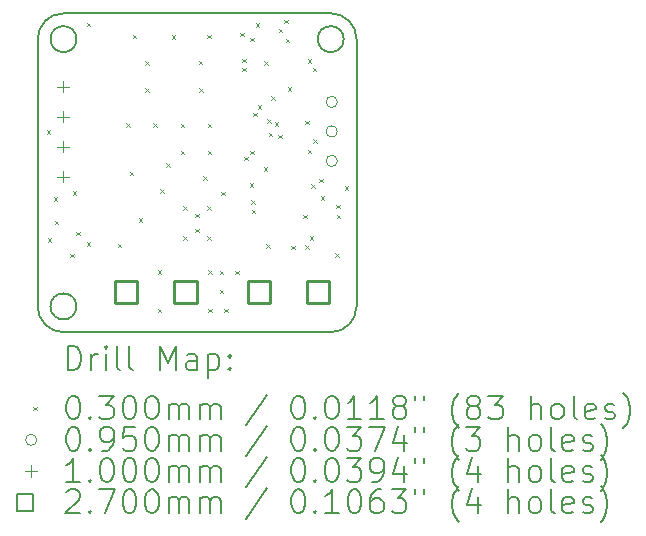
<source format=gbr>
%TF.GenerationSoftware,KiCad,Pcbnew,7.0.7*%
%TF.CreationDate,2024-01-02T23:07:12-05:00*%
%TF.ProjectId,squirrelbrain,73717569-7272-4656-9c62-7261696e2e6b,1*%
%TF.SameCoordinates,Original*%
%TF.FileFunction,Drillmap*%
%TF.FilePolarity,Positive*%
%FSLAX45Y45*%
G04 Gerber Fmt 4.5, Leading zero omitted, Abs format (unit mm)*
G04 Created by KiCad (PCBNEW 7.0.7) date 2024-01-02 23:07:12*
%MOMM*%
%LPD*%
G01*
G04 APERTURE LIST*
%ADD10C,0.150000*%
%ADD11C,0.200000*%
%ADD12C,0.030000*%
%ADD13C,0.095000*%
%ADD14C,0.100000*%
%ADD15C,0.270000*%
G04 APERTURE END LIST*
D10*
X6350000Y-6131371D02*
X6350000Y-3868629D01*
X6131371Y-6350000D02*
G75*
G03*
X6350000Y-6131371I-1J218630D01*
G01*
X3868629Y-6350000D02*
X6131371Y-6350000D01*
X3650000Y-6131371D02*
G75*
G03*
X3868629Y-6350000I218630J1D01*
G01*
X3650000Y-3868629D02*
X3650000Y-6131371D01*
X3868629Y-3650000D02*
G75*
G03*
X3650000Y-3868629I1J-218630D01*
G01*
X6131371Y-3650000D02*
X3868629Y-3650000D01*
X6350000Y-3868629D02*
G75*
G03*
X6131371Y-3650000I-218630J-1D01*
G01*
X6241371Y-3868629D02*
G75*
G03*
X6241371Y-3868629I-110000J0D01*
G01*
X3978629Y-6131371D02*
G75*
G03*
X3978629Y-6131371I-110000J0D01*
G01*
X3978629Y-3868629D02*
G75*
G03*
X3978629Y-3868629I-110000J0D01*
G01*
D11*
D12*
X3727500Y-4640000D02*
X3757500Y-4670000D01*
X3757500Y-4640000D02*
X3727500Y-4670000D01*
X3735000Y-5555000D02*
X3765000Y-5585000D01*
X3765000Y-5555000D02*
X3735000Y-5585000D01*
X3787500Y-5207500D02*
X3817500Y-5237500D01*
X3817500Y-5207500D02*
X3787500Y-5237500D01*
X3795771Y-5405414D02*
X3825771Y-5435414D01*
X3825771Y-5405414D02*
X3795771Y-5435414D01*
X3925000Y-5685000D02*
X3955000Y-5715000D01*
X3955000Y-5685000D02*
X3925000Y-5715000D01*
X3947500Y-5157500D02*
X3977500Y-5187500D01*
X3977500Y-5157500D02*
X3947500Y-5187500D01*
X3975000Y-5500000D02*
X4005000Y-5530000D01*
X4005000Y-5500000D02*
X3975000Y-5530000D01*
X4065000Y-3730000D02*
X4095000Y-3760000D01*
X4095000Y-3730000D02*
X4065000Y-3760000D01*
X4065000Y-5590000D02*
X4095000Y-5620000D01*
X4095000Y-5590000D02*
X4065000Y-5620000D01*
X4330000Y-5600000D02*
X4360000Y-5630000D01*
X4360000Y-5600000D02*
X4330000Y-5630000D01*
X4400000Y-4580000D02*
X4430000Y-4610000D01*
X4430000Y-4580000D02*
X4400000Y-4610000D01*
X4430000Y-4990000D02*
X4460000Y-5020000D01*
X4460000Y-4990000D02*
X4430000Y-5020000D01*
X4455000Y-3830000D02*
X4485000Y-3860000D01*
X4485000Y-3830000D02*
X4455000Y-3860000D01*
X4505000Y-5385000D02*
X4535000Y-5415000D01*
X4535000Y-5385000D02*
X4505000Y-5415000D01*
X4560000Y-4055000D02*
X4590000Y-4085000D01*
X4590000Y-4055000D02*
X4560000Y-4085000D01*
X4560000Y-4285000D02*
X4590000Y-4315000D01*
X4590000Y-4285000D02*
X4560000Y-4315000D01*
X4630000Y-4580000D02*
X4660000Y-4610000D01*
X4660000Y-4580000D02*
X4630000Y-4610000D01*
X4665000Y-5825000D02*
X4695000Y-5855000D01*
X4695000Y-5825000D02*
X4665000Y-5855000D01*
X4665000Y-6150000D02*
X4695000Y-6180000D01*
X4695000Y-6150000D02*
X4665000Y-6180000D01*
X4690000Y-5140000D02*
X4720000Y-5170000D01*
X4720000Y-5140000D02*
X4690000Y-5170000D01*
X4736925Y-4918075D02*
X4766925Y-4948075D01*
X4766925Y-4918075D02*
X4736925Y-4948075D01*
X4785000Y-3835000D02*
X4815000Y-3865000D01*
X4815000Y-3835000D02*
X4785000Y-3865000D01*
X4860000Y-4585000D02*
X4890000Y-4615000D01*
X4890000Y-4585000D02*
X4860000Y-4615000D01*
X4860000Y-4815000D02*
X4890000Y-4845000D01*
X4890000Y-4815000D02*
X4860000Y-4845000D01*
X4885000Y-5285000D02*
X4915000Y-5315000D01*
X4915000Y-5285000D02*
X4885000Y-5315000D01*
X4885000Y-5535000D02*
X4915000Y-5565000D01*
X4915000Y-5535000D02*
X4885000Y-5565000D01*
X4985000Y-5345000D02*
X5015000Y-5375000D01*
X5015000Y-5345000D02*
X4985000Y-5375000D01*
X4985000Y-5475000D02*
X5015000Y-5505000D01*
X5015000Y-5475000D02*
X4985000Y-5505000D01*
X5015000Y-4050000D02*
X5045000Y-4080000D01*
X5045000Y-4050000D02*
X5015000Y-4080000D01*
X5020000Y-4285000D02*
X5050000Y-4315000D01*
X5050000Y-4285000D02*
X5020000Y-4315000D01*
X5050000Y-5030000D02*
X5080000Y-5060000D01*
X5080000Y-5030000D02*
X5050000Y-5060000D01*
X5085000Y-3830000D02*
X5115000Y-3860000D01*
X5115000Y-3830000D02*
X5085000Y-3860000D01*
X5085000Y-5285000D02*
X5115000Y-5315000D01*
X5115000Y-5285000D02*
X5085000Y-5315000D01*
X5085000Y-5535000D02*
X5115000Y-5565000D01*
X5115000Y-5535000D02*
X5085000Y-5565000D01*
X5090000Y-4585000D02*
X5120000Y-4615000D01*
X5120000Y-4585000D02*
X5090000Y-4615000D01*
X5090000Y-4815000D02*
X5120000Y-4845000D01*
X5120000Y-4815000D02*
X5090000Y-4845000D01*
X5095000Y-5825000D02*
X5125000Y-5855000D01*
X5125000Y-5825000D02*
X5095000Y-5855000D01*
X5095000Y-6150000D02*
X5125000Y-6180000D01*
X5125000Y-6150000D02*
X5095000Y-6180000D01*
X5190000Y-5830000D02*
X5220000Y-5860000D01*
X5220000Y-5830000D02*
X5190000Y-5860000D01*
X5190000Y-5990000D02*
X5220000Y-6020000D01*
X5220000Y-5990000D02*
X5190000Y-6020000D01*
X5205000Y-5160000D02*
X5235000Y-5190000D01*
X5235000Y-5160000D02*
X5205000Y-5190000D01*
X5230000Y-6150000D02*
X5260000Y-6180000D01*
X5260000Y-6150000D02*
X5230000Y-6180000D01*
X5325000Y-5830000D02*
X5355000Y-5860000D01*
X5355000Y-5830000D02*
X5325000Y-5860000D01*
X5365000Y-3815000D02*
X5395000Y-3845000D01*
X5395000Y-3815000D02*
X5365000Y-3845000D01*
X5380000Y-4035000D02*
X5410000Y-4065000D01*
X5410000Y-4035000D02*
X5380000Y-4065000D01*
X5380000Y-4112500D02*
X5410000Y-4142500D01*
X5410000Y-4112500D02*
X5380000Y-4142500D01*
X5397500Y-4865000D02*
X5427500Y-4895000D01*
X5427500Y-4865000D02*
X5397500Y-4895000D01*
X5445000Y-5090000D02*
X5475000Y-5120000D01*
X5475000Y-5090000D02*
X5445000Y-5120000D01*
X5450000Y-3855000D02*
X5480000Y-3885000D01*
X5480000Y-3855000D02*
X5450000Y-3885000D01*
X5450000Y-4815000D02*
X5480000Y-4845000D01*
X5480000Y-4815000D02*
X5450000Y-4845000D01*
X5460000Y-5232500D02*
X5490000Y-5262500D01*
X5490000Y-5232500D02*
X5460000Y-5262500D01*
X5462500Y-5312500D02*
X5492500Y-5342500D01*
X5492500Y-5312500D02*
X5462500Y-5342500D01*
X5477500Y-4492500D02*
X5507500Y-4522500D01*
X5507500Y-4492500D02*
X5477500Y-4522500D01*
X5495000Y-3735000D02*
X5525000Y-3765000D01*
X5525000Y-3735000D02*
X5495000Y-3765000D01*
X5512500Y-4430000D02*
X5542500Y-4460000D01*
X5542500Y-4430000D02*
X5512500Y-4460000D01*
X5565000Y-4955000D02*
X5595000Y-4985000D01*
X5595000Y-4955000D02*
X5565000Y-4985000D01*
X5567500Y-4055000D02*
X5597500Y-4085000D01*
X5597500Y-4055000D02*
X5567500Y-4085000D01*
X5585000Y-5605000D02*
X5615000Y-5635000D01*
X5615000Y-5605000D02*
X5585000Y-5635000D01*
X5592500Y-4547500D02*
X5622500Y-4577500D01*
X5622500Y-4547500D02*
X5592500Y-4577500D01*
X5605000Y-4662500D02*
X5635000Y-4692500D01*
X5635000Y-4662500D02*
X5605000Y-4692500D01*
X5627500Y-4352500D02*
X5657500Y-4382500D01*
X5657500Y-4352500D02*
X5627500Y-4382500D01*
X5656250Y-4571250D02*
X5686250Y-4601250D01*
X5686250Y-4571250D02*
X5656250Y-4601250D01*
X5687500Y-4677500D02*
X5717500Y-4707500D01*
X5717500Y-4677500D02*
X5687500Y-4707500D01*
X5690000Y-3780000D02*
X5720000Y-3810000D01*
X5720000Y-3780000D02*
X5690000Y-3810000D01*
X5740000Y-3705000D02*
X5770000Y-3735000D01*
X5770000Y-3705000D02*
X5740000Y-3735000D01*
X5750000Y-3865000D02*
X5780000Y-3895000D01*
X5780000Y-3865000D02*
X5750000Y-3895000D01*
X5767500Y-4277500D02*
X5797500Y-4307500D01*
X5797500Y-4277500D02*
X5767500Y-4307500D01*
X5797500Y-5617500D02*
X5827500Y-5647500D01*
X5827500Y-5617500D02*
X5797500Y-5647500D01*
X5900000Y-5355000D02*
X5930000Y-5385000D01*
X5930000Y-5355000D02*
X5900000Y-5385000D01*
X5917500Y-4557500D02*
X5947500Y-4587500D01*
X5947500Y-4557500D02*
X5917500Y-4587500D01*
X5917500Y-5615000D02*
X5947500Y-5645000D01*
X5947500Y-5615000D02*
X5917500Y-5645000D01*
X5935000Y-4040000D02*
X5965000Y-4070000D01*
X5965000Y-4040000D02*
X5935000Y-4070000D01*
X5937500Y-4805000D02*
X5967500Y-4835000D01*
X5967500Y-4805000D02*
X5937500Y-4835000D01*
X5955000Y-5535000D02*
X5985000Y-5565000D01*
X5985000Y-5535000D02*
X5955000Y-5565000D01*
X5967750Y-5097750D02*
X5997750Y-5127750D01*
X5997750Y-5097750D02*
X5967750Y-5127750D01*
X5980000Y-4110000D02*
X6010000Y-4140000D01*
X6010000Y-4110000D02*
X5980000Y-4140000D01*
X5985000Y-4715000D02*
X6015000Y-4745000D01*
X6015000Y-4715000D02*
X5985000Y-4745000D01*
X6035000Y-5050000D02*
X6065000Y-5080000D01*
X6065000Y-5050000D02*
X6035000Y-5080000D01*
X6045000Y-5200000D02*
X6075000Y-5230000D01*
X6075000Y-5200000D02*
X6045000Y-5230000D01*
X6170000Y-5680000D02*
X6200000Y-5710000D01*
X6200000Y-5680000D02*
X6170000Y-5710000D01*
X6180000Y-5270000D02*
X6210000Y-5300000D01*
X6210000Y-5270000D02*
X6180000Y-5300000D01*
X6182500Y-5355000D02*
X6212500Y-5385000D01*
X6212500Y-5355000D02*
X6182500Y-5385000D01*
X6250000Y-5115000D02*
X6280000Y-5145000D01*
X6280000Y-5115000D02*
X6250000Y-5145000D01*
D13*
X6187500Y-4400000D02*
G75*
G03*
X6187500Y-4400000I-47500J0D01*
G01*
X6187500Y-4650000D02*
G75*
G03*
X6187500Y-4650000I-47500J0D01*
G01*
X6187500Y-4900000D02*
G75*
G03*
X6187500Y-4900000I-47500J0D01*
G01*
D14*
X3865000Y-4220000D02*
X3865000Y-4320000D01*
X3815000Y-4270000D02*
X3915000Y-4270000D01*
X3865000Y-4474000D02*
X3865000Y-4574000D01*
X3815000Y-4524000D02*
X3915000Y-4524000D01*
X3865000Y-4728000D02*
X3865000Y-4828000D01*
X3815000Y-4778000D02*
X3915000Y-4778000D01*
X3865000Y-4982000D02*
X3865000Y-5082000D01*
X3815000Y-5032000D02*
X3915000Y-5032000D01*
D15*
X4495460Y-6105460D02*
X4495460Y-5914540D01*
X4304540Y-5914540D01*
X4304540Y-6105460D01*
X4495460Y-6105460D01*
X4995460Y-6105460D02*
X4995460Y-5914540D01*
X4804540Y-5914540D01*
X4804540Y-6105460D01*
X4995460Y-6105460D01*
X5620460Y-6105460D02*
X5620460Y-5914540D01*
X5429540Y-5914540D01*
X5429540Y-6105460D01*
X5620460Y-6105460D01*
X6120460Y-6105460D02*
X6120460Y-5914540D01*
X5929540Y-5914540D01*
X5929540Y-6105460D01*
X6120460Y-6105460D01*
D11*
X3903277Y-6668984D02*
X3903277Y-6468984D01*
X3903277Y-6468984D02*
X3950896Y-6468984D01*
X3950896Y-6468984D02*
X3979467Y-6478508D01*
X3979467Y-6478508D02*
X3998515Y-6497555D01*
X3998515Y-6497555D02*
X4008039Y-6516603D01*
X4008039Y-6516603D02*
X4017562Y-6554698D01*
X4017562Y-6554698D02*
X4017562Y-6583269D01*
X4017562Y-6583269D02*
X4008039Y-6621365D01*
X4008039Y-6621365D02*
X3998515Y-6640412D01*
X3998515Y-6640412D02*
X3979467Y-6659460D01*
X3979467Y-6659460D02*
X3950896Y-6668984D01*
X3950896Y-6668984D02*
X3903277Y-6668984D01*
X4103277Y-6668984D02*
X4103277Y-6535650D01*
X4103277Y-6573746D02*
X4112801Y-6554698D01*
X4112801Y-6554698D02*
X4122324Y-6545174D01*
X4122324Y-6545174D02*
X4141372Y-6535650D01*
X4141372Y-6535650D02*
X4160420Y-6535650D01*
X4227086Y-6668984D02*
X4227086Y-6535650D01*
X4227086Y-6468984D02*
X4217563Y-6478508D01*
X4217563Y-6478508D02*
X4227086Y-6488031D01*
X4227086Y-6488031D02*
X4236610Y-6478508D01*
X4236610Y-6478508D02*
X4227086Y-6468984D01*
X4227086Y-6468984D02*
X4227086Y-6488031D01*
X4350896Y-6668984D02*
X4331848Y-6659460D01*
X4331848Y-6659460D02*
X4322324Y-6640412D01*
X4322324Y-6640412D02*
X4322324Y-6468984D01*
X4455658Y-6668984D02*
X4436610Y-6659460D01*
X4436610Y-6659460D02*
X4427086Y-6640412D01*
X4427086Y-6640412D02*
X4427086Y-6468984D01*
X4684229Y-6668984D02*
X4684229Y-6468984D01*
X4684229Y-6468984D02*
X4750896Y-6611841D01*
X4750896Y-6611841D02*
X4817563Y-6468984D01*
X4817563Y-6468984D02*
X4817563Y-6668984D01*
X4998515Y-6668984D02*
X4998515Y-6564222D01*
X4998515Y-6564222D02*
X4988991Y-6545174D01*
X4988991Y-6545174D02*
X4969944Y-6535650D01*
X4969944Y-6535650D02*
X4931848Y-6535650D01*
X4931848Y-6535650D02*
X4912801Y-6545174D01*
X4998515Y-6659460D02*
X4979467Y-6668984D01*
X4979467Y-6668984D02*
X4931848Y-6668984D01*
X4931848Y-6668984D02*
X4912801Y-6659460D01*
X4912801Y-6659460D02*
X4903277Y-6640412D01*
X4903277Y-6640412D02*
X4903277Y-6621365D01*
X4903277Y-6621365D02*
X4912801Y-6602317D01*
X4912801Y-6602317D02*
X4931848Y-6592793D01*
X4931848Y-6592793D02*
X4979467Y-6592793D01*
X4979467Y-6592793D02*
X4998515Y-6583269D01*
X5093753Y-6535650D02*
X5093753Y-6735650D01*
X5093753Y-6545174D02*
X5112801Y-6535650D01*
X5112801Y-6535650D02*
X5150896Y-6535650D01*
X5150896Y-6535650D02*
X5169944Y-6545174D01*
X5169944Y-6545174D02*
X5179467Y-6554698D01*
X5179467Y-6554698D02*
X5188991Y-6573746D01*
X5188991Y-6573746D02*
X5188991Y-6630888D01*
X5188991Y-6630888D02*
X5179467Y-6649936D01*
X5179467Y-6649936D02*
X5169944Y-6659460D01*
X5169944Y-6659460D02*
X5150896Y-6668984D01*
X5150896Y-6668984D02*
X5112801Y-6668984D01*
X5112801Y-6668984D02*
X5093753Y-6659460D01*
X5274705Y-6649936D02*
X5284229Y-6659460D01*
X5284229Y-6659460D02*
X5274705Y-6668984D01*
X5274705Y-6668984D02*
X5265182Y-6659460D01*
X5265182Y-6659460D02*
X5274705Y-6649936D01*
X5274705Y-6649936D02*
X5274705Y-6668984D01*
X5274705Y-6545174D02*
X5284229Y-6554698D01*
X5284229Y-6554698D02*
X5274705Y-6564222D01*
X5274705Y-6564222D02*
X5265182Y-6554698D01*
X5265182Y-6554698D02*
X5274705Y-6545174D01*
X5274705Y-6545174D02*
X5274705Y-6564222D01*
D12*
X3612500Y-6982500D02*
X3642500Y-7012500D01*
X3642500Y-6982500D02*
X3612500Y-7012500D01*
D11*
X3941372Y-6888984D02*
X3960420Y-6888984D01*
X3960420Y-6888984D02*
X3979467Y-6898508D01*
X3979467Y-6898508D02*
X3988991Y-6908031D01*
X3988991Y-6908031D02*
X3998515Y-6927079D01*
X3998515Y-6927079D02*
X4008039Y-6965174D01*
X4008039Y-6965174D02*
X4008039Y-7012793D01*
X4008039Y-7012793D02*
X3998515Y-7050888D01*
X3998515Y-7050888D02*
X3988991Y-7069936D01*
X3988991Y-7069936D02*
X3979467Y-7079460D01*
X3979467Y-7079460D02*
X3960420Y-7088984D01*
X3960420Y-7088984D02*
X3941372Y-7088984D01*
X3941372Y-7088984D02*
X3922324Y-7079460D01*
X3922324Y-7079460D02*
X3912801Y-7069936D01*
X3912801Y-7069936D02*
X3903277Y-7050888D01*
X3903277Y-7050888D02*
X3893753Y-7012793D01*
X3893753Y-7012793D02*
X3893753Y-6965174D01*
X3893753Y-6965174D02*
X3903277Y-6927079D01*
X3903277Y-6927079D02*
X3912801Y-6908031D01*
X3912801Y-6908031D02*
X3922324Y-6898508D01*
X3922324Y-6898508D02*
X3941372Y-6888984D01*
X4093753Y-7069936D02*
X4103277Y-7079460D01*
X4103277Y-7079460D02*
X4093753Y-7088984D01*
X4093753Y-7088984D02*
X4084229Y-7079460D01*
X4084229Y-7079460D02*
X4093753Y-7069936D01*
X4093753Y-7069936D02*
X4093753Y-7088984D01*
X4169943Y-6888984D02*
X4293753Y-6888984D01*
X4293753Y-6888984D02*
X4227086Y-6965174D01*
X4227086Y-6965174D02*
X4255658Y-6965174D01*
X4255658Y-6965174D02*
X4274705Y-6974698D01*
X4274705Y-6974698D02*
X4284229Y-6984222D01*
X4284229Y-6984222D02*
X4293753Y-7003269D01*
X4293753Y-7003269D02*
X4293753Y-7050888D01*
X4293753Y-7050888D02*
X4284229Y-7069936D01*
X4284229Y-7069936D02*
X4274705Y-7079460D01*
X4274705Y-7079460D02*
X4255658Y-7088984D01*
X4255658Y-7088984D02*
X4198515Y-7088984D01*
X4198515Y-7088984D02*
X4179467Y-7079460D01*
X4179467Y-7079460D02*
X4169943Y-7069936D01*
X4417563Y-6888984D02*
X4436610Y-6888984D01*
X4436610Y-6888984D02*
X4455658Y-6898508D01*
X4455658Y-6898508D02*
X4465182Y-6908031D01*
X4465182Y-6908031D02*
X4474705Y-6927079D01*
X4474705Y-6927079D02*
X4484229Y-6965174D01*
X4484229Y-6965174D02*
X4484229Y-7012793D01*
X4484229Y-7012793D02*
X4474705Y-7050888D01*
X4474705Y-7050888D02*
X4465182Y-7069936D01*
X4465182Y-7069936D02*
X4455658Y-7079460D01*
X4455658Y-7079460D02*
X4436610Y-7088984D01*
X4436610Y-7088984D02*
X4417563Y-7088984D01*
X4417563Y-7088984D02*
X4398515Y-7079460D01*
X4398515Y-7079460D02*
X4388991Y-7069936D01*
X4388991Y-7069936D02*
X4379467Y-7050888D01*
X4379467Y-7050888D02*
X4369944Y-7012793D01*
X4369944Y-7012793D02*
X4369944Y-6965174D01*
X4369944Y-6965174D02*
X4379467Y-6927079D01*
X4379467Y-6927079D02*
X4388991Y-6908031D01*
X4388991Y-6908031D02*
X4398515Y-6898508D01*
X4398515Y-6898508D02*
X4417563Y-6888984D01*
X4608039Y-6888984D02*
X4627086Y-6888984D01*
X4627086Y-6888984D02*
X4646134Y-6898508D01*
X4646134Y-6898508D02*
X4655658Y-6908031D01*
X4655658Y-6908031D02*
X4665182Y-6927079D01*
X4665182Y-6927079D02*
X4674705Y-6965174D01*
X4674705Y-6965174D02*
X4674705Y-7012793D01*
X4674705Y-7012793D02*
X4665182Y-7050888D01*
X4665182Y-7050888D02*
X4655658Y-7069936D01*
X4655658Y-7069936D02*
X4646134Y-7079460D01*
X4646134Y-7079460D02*
X4627086Y-7088984D01*
X4627086Y-7088984D02*
X4608039Y-7088984D01*
X4608039Y-7088984D02*
X4588991Y-7079460D01*
X4588991Y-7079460D02*
X4579467Y-7069936D01*
X4579467Y-7069936D02*
X4569944Y-7050888D01*
X4569944Y-7050888D02*
X4560420Y-7012793D01*
X4560420Y-7012793D02*
X4560420Y-6965174D01*
X4560420Y-6965174D02*
X4569944Y-6927079D01*
X4569944Y-6927079D02*
X4579467Y-6908031D01*
X4579467Y-6908031D02*
X4588991Y-6898508D01*
X4588991Y-6898508D02*
X4608039Y-6888984D01*
X4760420Y-7088984D02*
X4760420Y-6955650D01*
X4760420Y-6974698D02*
X4769944Y-6965174D01*
X4769944Y-6965174D02*
X4788991Y-6955650D01*
X4788991Y-6955650D02*
X4817563Y-6955650D01*
X4817563Y-6955650D02*
X4836610Y-6965174D01*
X4836610Y-6965174D02*
X4846134Y-6984222D01*
X4846134Y-6984222D02*
X4846134Y-7088984D01*
X4846134Y-6984222D02*
X4855658Y-6965174D01*
X4855658Y-6965174D02*
X4874705Y-6955650D01*
X4874705Y-6955650D02*
X4903277Y-6955650D01*
X4903277Y-6955650D02*
X4922325Y-6965174D01*
X4922325Y-6965174D02*
X4931848Y-6984222D01*
X4931848Y-6984222D02*
X4931848Y-7088984D01*
X5027086Y-7088984D02*
X5027086Y-6955650D01*
X5027086Y-6974698D02*
X5036610Y-6965174D01*
X5036610Y-6965174D02*
X5055658Y-6955650D01*
X5055658Y-6955650D02*
X5084229Y-6955650D01*
X5084229Y-6955650D02*
X5103277Y-6965174D01*
X5103277Y-6965174D02*
X5112801Y-6984222D01*
X5112801Y-6984222D02*
X5112801Y-7088984D01*
X5112801Y-6984222D02*
X5122325Y-6965174D01*
X5122325Y-6965174D02*
X5141372Y-6955650D01*
X5141372Y-6955650D02*
X5169944Y-6955650D01*
X5169944Y-6955650D02*
X5188991Y-6965174D01*
X5188991Y-6965174D02*
X5198515Y-6984222D01*
X5198515Y-6984222D02*
X5198515Y-7088984D01*
X5588991Y-6879460D02*
X5417563Y-7136603D01*
X5846134Y-6888984D02*
X5865182Y-6888984D01*
X5865182Y-6888984D02*
X5884229Y-6898508D01*
X5884229Y-6898508D02*
X5893753Y-6908031D01*
X5893753Y-6908031D02*
X5903277Y-6927079D01*
X5903277Y-6927079D02*
X5912801Y-6965174D01*
X5912801Y-6965174D02*
X5912801Y-7012793D01*
X5912801Y-7012793D02*
X5903277Y-7050888D01*
X5903277Y-7050888D02*
X5893753Y-7069936D01*
X5893753Y-7069936D02*
X5884229Y-7079460D01*
X5884229Y-7079460D02*
X5865182Y-7088984D01*
X5865182Y-7088984D02*
X5846134Y-7088984D01*
X5846134Y-7088984D02*
X5827086Y-7079460D01*
X5827086Y-7079460D02*
X5817563Y-7069936D01*
X5817563Y-7069936D02*
X5808039Y-7050888D01*
X5808039Y-7050888D02*
X5798515Y-7012793D01*
X5798515Y-7012793D02*
X5798515Y-6965174D01*
X5798515Y-6965174D02*
X5808039Y-6927079D01*
X5808039Y-6927079D02*
X5817563Y-6908031D01*
X5817563Y-6908031D02*
X5827086Y-6898508D01*
X5827086Y-6898508D02*
X5846134Y-6888984D01*
X5998515Y-7069936D02*
X6008039Y-7079460D01*
X6008039Y-7079460D02*
X5998515Y-7088984D01*
X5998515Y-7088984D02*
X5988991Y-7079460D01*
X5988991Y-7079460D02*
X5998515Y-7069936D01*
X5998515Y-7069936D02*
X5998515Y-7088984D01*
X6131848Y-6888984D02*
X6150896Y-6888984D01*
X6150896Y-6888984D02*
X6169944Y-6898508D01*
X6169944Y-6898508D02*
X6179467Y-6908031D01*
X6179467Y-6908031D02*
X6188991Y-6927079D01*
X6188991Y-6927079D02*
X6198515Y-6965174D01*
X6198515Y-6965174D02*
X6198515Y-7012793D01*
X6198515Y-7012793D02*
X6188991Y-7050888D01*
X6188991Y-7050888D02*
X6179467Y-7069936D01*
X6179467Y-7069936D02*
X6169944Y-7079460D01*
X6169944Y-7079460D02*
X6150896Y-7088984D01*
X6150896Y-7088984D02*
X6131848Y-7088984D01*
X6131848Y-7088984D02*
X6112801Y-7079460D01*
X6112801Y-7079460D02*
X6103277Y-7069936D01*
X6103277Y-7069936D02*
X6093753Y-7050888D01*
X6093753Y-7050888D02*
X6084229Y-7012793D01*
X6084229Y-7012793D02*
X6084229Y-6965174D01*
X6084229Y-6965174D02*
X6093753Y-6927079D01*
X6093753Y-6927079D02*
X6103277Y-6908031D01*
X6103277Y-6908031D02*
X6112801Y-6898508D01*
X6112801Y-6898508D02*
X6131848Y-6888984D01*
X6388991Y-7088984D02*
X6274706Y-7088984D01*
X6331848Y-7088984D02*
X6331848Y-6888984D01*
X6331848Y-6888984D02*
X6312801Y-6917555D01*
X6312801Y-6917555D02*
X6293753Y-6936603D01*
X6293753Y-6936603D02*
X6274706Y-6946127D01*
X6579467Y-7088984D02*
X6465182Y-7088984D01*
X6522325Y-7088984D02*
X6522325Y-6888984D01*
X6522325Y-6888984D02*
X6503277Y-6917555D01*
X6503277Y-6917555D02*
X6484229Y-6936603D01*
X6484229Y-6936603D02*
X6465182Y-6946127D01*
X6693753Y-6974698D02*
X6674706Y-6965174D01*
X6674706Y-6965174D02*
X6665182Y-6955650D01*
X6665182Y-6955650D02*
X6655658Y-6936603D01*
X6655658Y-6936603D02*
X6655658Y-6927079D01*
X6655658Y-6927079D02*
X6665182Y-6908031D01*
X6665182Y-6908031D02*
X6674706Y-6898508D01*
X6674706Y-6898508D02*
X6693753Y-6888984D01*
X6693753Y-6888984D02*
X6731848Y-6888984D01*
X6731848Y-6888984D02*
X6750896Y-6898508D01*
X6750896Y-6898508D02*
X6760420Y-6908031D01*
X6760420Y-6908031D02*
X6769944Y-6927079D01*
X6769944Y-6927079D02*
X6769944Y-6936603D01*
X6769944Y-6936603D02*
X6760420Y-6955650D01*
X6760420Y-6955650D02*
X6750896Y-6965174D01*
X6750896Y-6965174D02*
X6731848Y-6974698D01*
X6731848Y-6974698D02*
X6693753Y-6974698D01*
X6693753Y-6974698D02*
X6674706Y-6984222D01*
X6674706Y-6984222D02*
X6665182Y-6993746D01*
X6665182Y-6993746D02*
X6655658Y-7012793D01*
X6655658Y-7012793D02*
X6655658Y-7050888D01*
X6655658Y-7050888D02*
X6665182Y-7069936D01*
X6665182Y-7069936D02*
X6674706Y-7079460D01*
X6674706Y-7079460D02*
X6693753Y-7088984D01*
X6693753Y-7088984D02*
X6731848Y-7088984D01*
X6731848Y-7088984D02*
X6750896Y-7079460D01*
X6750896Y-7079460D02*
X6760420Y-7069936D01*
X6760420Y-7069936D02*
X6769944Y-7050888D01*
X6769944Y-7050888D02*
X6769944Y-7012793D01*
X6769944Y-7012793D02*
X6760420Y-6993746D01*
X6760420Y-6993746D02*
X6750896Y-6984222D01*
X6750896Y-6984222D02*
X6731848Y-6974698D01*
X6846134Y-6888984D02*
X6846134Y-6927079D01*
X6922325Y-6888984D02*
X6922325Y-6927079D01*
X7217563Y-7165174D02*
X7208039Y-7155650D01*
X7208039Y-7155650D02*
X7188991Y-7127079D01*
X7188991Y-7127079D02*
X7179468Y-7108031D01*
X7179468Y-7108031D02*
X7169944Y-7079460D01*
X7169944Y-7079460D02*
X7160420Y-7031841D01*
X7160420Y-7031841D02*
X7160420Y-6993746D01*
X7160420Y-6993746D02*
X7169944Y-6946127D01*
X7169944Y-6946127D02*
X7179468Y-6917555D01*
X7179468Y-6917555D02*
X7188991Y-6898508D01*
X7188991Y-6898508D02*
X7208039Y-6869936D01*
X7208039Y-6869936D02*
X7217563Y-6860412D01*
X7322325Y-6974698D02*
X7303277Y-6965174D01*
X7303277Y-6965174D02*
X7293753Y-6955650D01*
X7293753Y-6955650D02*
X7284229Y-6936603D01*
X7284229Y-6936603D02*
X7284229Y-6927079D01*
X7284229Y-6927079D02*
X7293753Y-6908031D01*
X7293753Y-6908031D02*
X7303277Y-6898508D01*
X7303277Y-6898508D02*
X7322325Y-6888984D01*
X7322325Y-6888984D02*
X7360420Y-6888984D01*
X7360420Y-6888984D02*
X7379468Y-6898508D01*
X7379468Y-6898508D02*
X7388991Y-6908031D01*
X7388991Y-6908031D02*
X7398515Y-6927079D01*
X7398515Y-6927079D02*
X7398515Y-6936603D01*
X7398515Y-6936603D02*
X7388991Y-6955650D01*
X7388991Y-6955650D02*
X7379468Y-6965174D01*
X7379468Y-6965174D02*
X7360420Y-6974698D01*
X7360420Y-6974698D02*
X7322325Y-6974698D01*
X7322325Y-6974698D02*
X7303277Y-6984222D01*
X7303277Y-6984222D02*
X7293753Y-6993746D01*
X7293753Y-6993746D02*
X7284229Y-7012793D01*
X7284229Y-7012793D02*
X7284229Y-7050888D01*
X7284229Y-7050888D02*
X7293753Y-7069936D01*
X7293753Y-7069936D02*
X7303277Y-7079460D01*
X7303277Y-7079460D02*
X7322325Y-7088984D01*
X7322325Y-7088984D02*
X7360420Y-7088984D01*
X7360420Y-7088984D02*
X7379468Y-7079460D01*
X7379468Y-7079460D02*
X7388991Y-7069936D01*
X7388991Y-7069936D02*
X7398515Y-7050888D01*
X7398515Y-7050888D02*
X7398515Y-7012793D01*
X7398515Y-7012793D02*
X7388991Y-6993746D01*
X7388991Y-6993746D02*
X7379468Y-6984222D01*
X7379468Y-6984222D02*
X7360420Y-6974698D01*
X7465182Y-6888984D02*
X7588991Y-6888984D01*
X7588991Y-6888984D02*
X7522325Y-6965174D01*
X7522325Y-6965174D02*
X7550896Y-6965174D01*
X7550896Y-6965174D02*
X7569944Y-6974698D01*
X7569944Y-6974698D02*
X7579468Y-6984222D01*
X7579468Y-6984222D02*
X7588991Y-7003269D01*
X7588991Y-7003269D02*
X7588991Y-7050888D01*
X7588991Y-7050888D02*
X7579468Y-7069936D01*
X7579468Y-7069936D02*
X7569944Y-7079460D01*
X7569944Y-7079460D02*
X7550896Y-7088984D01*
X7550896Y-7088984D02*
X7493753Y-7088984D01*
X7493753Y-7088984D02*
X7474706Y-7079460D01*
X7474706Y-7079460D02*
X7465182Y-7069936D01*
X7827087Y-7088984D02*
X7827087Y-6888984D01*
X7912801Y-7088984D02*
X7912801Y-6984222D01*
X7912801Y-6984222D02*
X7903277Y-6965174D01*
X7903277Y-6965174D02*
X7884230Y-6955650D01*
X7884230Y-6955650D02*
X7855658Y-6955650D01*
X7855658Y-6955650D02*
X7836610Y-6965174D01*
X7836610Y-6965174D02*
X7827087Y-6974698D01*
X8036610Y-7088984D02*
X8017563Y-7079460D01*
X8017563Y-7079460D02*
X8008039Y-7069936D01*
X8008039Y-7069936D02*
X7998515Y-7050888D01*
X7998515Y-7050888D02*
X7998515Y-6993746D01*
X7998515Y-6993746D02*
X8008039Y-6974698D01*
X8008039Y-6974698D02*
X8017563Y-6965174D01*
X8017563Y-6965174D02*
X8036610Y-6955650D01*
X8036610Y-6955650D02*
X8065182Y-6955650D01*
X8065182Y-6955650D02*
X8084230Y-6965174D01*
X8084230Y-6965174D02*
X8093753Y-6974698D01*
X8093753Y-6974698D02*
X8103277Y-6993746D01*
X8103277Y-6993746D02*
X8103277Y-7050888D01*
X8103277Y-7050888D02*
X8093753Y-7069936D01*
X8093753Y-7069936D02*
X8084230Y-7079460D01*
X8084230Y-7079460D02*
X8065182Y-7088984D01*
X8065182Y-7088984D02*
X8036610Y-7088984D01*
X8217563Y-7088984D02*
X8198515Y-7079460D01*
X8198515Y-7079460D02*
X8188991Y-7060412D01*
X8188991Y-7060412D02*
X8188991Y-6888984D01*
X8369944Y-7079460D02*
X8350896Y-7088984D01*
X8350896Y-7088984D02*
X8312801Y-7088984D01*
X8312801Y-7088984D02*
X8293753Y-7079460D01*
X8293753Y-7079460D02*
X8284230Y-7060412D01*
X8284230Y-7060412D02*
X8284230Y-6984222D01*
X8284230Y-6984222D02*
X8293753Y-6965174D01*
X8293753Y-6965174D02*
X8312801Y-6955650D01*
X8312801Y-6955650D02*
X8350896Y-6955650D01*
X8350896Y-6955650D02*
X8369944Y-6965174D01*
X8369944Y-6965174D02*
X8379468Y-6984222D01*
X8379468Y-6984222D02*
X8379468Y-7003269D01*
X8379468Y-7003269D02*
X8284230Y-7022317D01*
X8455658Y-7079460D02*
X8474706Y-7088984D01*
X8474706Y-7088984D02*
X8512801Y-7088984D01*
X8512801Y-7088984D02*
X8531849Y-7079460D01*
X8531849Y-7079460D02*
X8541373Y-7060412D01*
X8541373Y-7060412D02*
X8541373Y-7050888D01*
X8541373Y-7050888D02*
X8531849Y-7031841D01*
X8531849Y-7031841D02*
X8512801Y-7022317D01*
X8512801Y-7022317D02*
X8484230Y-7022317D01*
X8484230Y-7022317D02*
X8465182Y-7012793D01*
X8465182Y-7012793D02*
X8455658Y-6993746D01*
X8455658Y-6993746D02*
X8455658Y-6984222D01*
X8455658Y-6984222D02*
X8465182Y-6965174D01*
X8465182Y-6965174D02*
X8484230Y-6955650D01*
X8484230Y-6955650D02*
X8512801Y-6955650D01*
X8512801Y-6955650D02*
X8531849Y-6965174D01*
X8608039Y-7165174D02*
X8617563Y-7155650D01*
X8617563Y-7155650D02*
X8636611Y-7127079D01*
X8636611Y-7127079D02*
X8646134Y-7108031D01*
X8646134Y-7108031D02*
X8655658Y-7079460D01*
X8655658Y-7079460D02*
X8665182Y-7031841D01*
X8665182Y-7031841D02*
X8665182Y-6993746D01*
X8665182Y-6993746D02*
X8655658Y-6946127D01*
X8655658Y-6946127D02*
X8646134Y-6917555D01*
X8646134Y-6917555D02*
X8636611Y-6898508D01*
X8636611Y-6898508D02*
X8617563Y-6869936D01*
X8617563Y-6869936D02*
X8608039Y-6860412D01*
D13*
X3642500Y-7261500D02*
G75*
G03*
X3642500Y-7261500I-47500J0D01*
G01*
D11*
X3941372Y-7152984D02*
X3960420Y-7152984D01*
X3960420Y-7152984D02*
X3979467Y-7162508D01*
X3979467Y-7162508D02*
X3988991Y-7172031D01*
X3988991Y-7172031D02*
X3998515Y-7191079D01*
X3998515Y-7191079D02*
X4008039Y-7229174D01*
X4008039Y-7229174D02*
X4008039Y-7276793D01*
X4008039Y-7276793D02*
X3998515Y-7314888D01*
X3998515Y-7314888D02*
X3988991Y-7333936D01*
X3988991Y-7333936D02*
X3979467Y-7343460D01*
X3979467Y-7343460D02*
X3960420Y-7352984D01*
X3960420Y-7352984D02*
X3941372Y-7352984D01*
X3941372Y-7352984D02*
X3922324Y-7343460D01*
X3922324Y-7343460D02*
X3912801Y-7333936D01*
X3912801Y-7333936D02*
X3903277Y-7314888D01*
X3903277Y-7314888D02*
X3893753Y-7276793D01*
X3893753Y-7276793D02*
X3893753Y-7229174D01*
X3893753Y-7229174D02*
X3903277Y-7191079D01*
X3903277Y-7191079D02*
X3912801Y-7172031D01*
X3912801Y-7172031D02*
X3922324Y-7162508D01*
X3922324Y-7162508D02*
X3941372Y-7152984D01*
X4093753Y-7333936D02*
X4103277Y-7343460D01*
X4103277Y-7343460D02*
X4093753Y-7352984D01*
X4093753Y-7352984D02*
X4084229Y-7343460D01*
X4084229Y-7343460D02*
X4093753Y-7333936D01*
X4093753Y-7333936D02*
X4093753Y-7352984D01*
X4198515Y-7352984D02*
X4236610Y-7352984D01*
X4236610Y-7352984D02*
X4255658Y-7343460D01*
X4255658Y-7343460D02*
X4265182Y-7333936D01*
X4265182Y-7333936D02*
X4284229Y-7305365D01*
X4284229Y-7305365D02*
X4293753Y-7267269D01*
X4293753Y-7267269D02*
X4293753Y-7191079D01*
X4293753Y-7191079D02*
X4284229Y-7172031D01*
X4284229Y-7172031D02*
X4274705Y-7162508D01*
X4274705Y-7162508D02*
X4255658Y-7152984D01*
X4255658Y-7152984D02*
X4217563Y-7152984D01*
X4217563Y-7152984D02*
X4198515Y-7162508D01*
X4198515Y-7162508D02*
X4188991Y-7172031D01*
X4188991Y-7172031D02*
X4179467Y-7191079D01*
X4179467Y-7191079D02*
X4179467Y-7238698D01*
X4179467Y-7238698D02*
X4188991Y-7257746D01*
X4188991Y-7257746D02*
X4198515Y-7267269D01*
X4198515Y-7267269D02*
X4217563Y-7276793D01*
X4217563Y-7276793D02*
X4255658Y-7276793D01*
X4255658Y-7276793D02*
X4274705Y-7267269D01*
X4274705Y-7267269D02*
X4284229Y-7257746D01*
X4284229Y-7257746D02*
X4293753Y-7238698D01*
X4474705Y-7152984D02*
X4379467Y-7152984D01*
X4379467Y-7152984D02*
X4369944Y-7248222D01*
X4369944Y-7248222D02*
X4379467Y-7238698D01*
X4379467Y-7238698D02*
X4398515Y-7229174D01*
X4398515Y-7229174D02*
X4446134Y-7229174D01*
X4446134Y-7229174D02*
X4465182Y-7238698D01*
X4465182Y-7238698D02*
X4474705Y-7248222D01*
X4474705Y-7248222D02*
X4484229Y-7267269D01*
X4484229Y-7267269D02*
X4484229Y-7314888D01*
X4484229Y-7314888D02*
X4474705Y-7333936D01*
X4474705Y-7333936D02*
X4465182Y-7343460D01*
X4465182Y-7343460D02*
X4446134Y-7352984D01*
X4446134Y-7352984D02*
X4398515Y-7352984D01*
X4398515Y-7352984D02*
X4379467Y-7343460D01*
X4379467Y-7343460D02*
X4369944Y-7333936D01*
X4608039Y-7152984D02*
X4627086Y-7152984D01*
X4627086Y-7152984D02*
X4646134Y-7162508D01*
X4646134Y-7162508D02*
X4655658Y-7172031D01*
X4655658Y-7172031D02*
X4665182Y-7191079D01*
X4665182Y-7191079D02*
X4674705Y-7229174D01*
X4674705Y-7229174D02*
X4674705Y-7276793D01*
X4674705Y-7276793D02*
X4665182Y-7314888D01*
X4665182Y-7314888D02*
X4655658Y-7333936D01*
X4655658Y-7333936D02*
X4646134Y-7343460D01*
X4646134Y-7343460D02*
X4627086Y-7352984D01*
X4627086Y-7352984D02*
X4608039Y-7352984D01*
X4608039Y-7352984D02*
X4588991Y-7343460D01*
X4588991Y-7343460D02*
X4579467Y-7333936D01*
X4579467Y-7333936D02*
X4569944Y-7314888D01*
X4569944Y-7314888D02*
X4560420Y-7276793D01*
X4560420Y-7276793D02*
X4560420Y-7229174D01*
X4560420Y-7229174D02*
X4569944Y-7191079D01*
X4569944Y-7191079D02*
X4579467Y-7172031D01*
X4579467Y-7172031D02*
X4588991Y-7162508D01*
X4588991Y-7162508D02*
X4608039Y-7152984D01*
X4760420Y-7352984D02*
X4760420Y-7219650D01*
X4760420Y-7238698D02*
X4769944Y-7229174D01*
X4769944Y-7229174D02*
X4788991Y-7219650D01*
X4788991Y-7219650D02*
X4817563Y-7219650D01*
X4817563Y-7219650D02*
X4836610Y-7229174D01*
X4836610Y-7229174D02*
X4846134Y-7248222D01*
X4846134Y-7248222D02*
X4846134Y-7352984D01*
X4846134Y-7248222D02*
X4855658Y-7229174D01*
X4855658Y-7229174D02*
X4874705Y-7219650D01*
X4874705Y-7219650D02*
X4903277Y-7219650D01*
X4903277Y-7219650D02*
X4922325Y-7229174D01*
X4922325Y-7229174D02*
X4931848Y-7248222D01*
X4931848Y-7248222D02*
X4931848Y-7352984D01*
X5027086Y-7352984D02*
X5027086Y-7219650D01*
X5027086Y-7238698D02*
X5036610Y-7229174D01*
X5036610Y-7229174D02*
X5055658Y-7219650D01*
X5055658Y-7219650D02*
X5084229Y-7219650D01*
X5084229Y-7219650D02*
X5103277Y-7229174D01*
X5103277Y-7229174D02*
X5112801Y-7248222D01*
X5112801Y-7248222D02*
X5112801Y-7352984D01*
X5112801Y-7248222D02*
X5122325Y-7229174D01*
X5122325Y-7229174D02*
X5141372Y-7219650D01*
X5141372Y-7219650D02*
X5169944Y-7219650D01*
X5169944Y-7219650D02*
X5188991Y-7229174D01*
X5188991Y-7229174D02*
X5198515Y-7248222D01*
X5198515Y-7248222D02*
X5198515Y-7352984D01*
X5588991Y-7143460D02*
X5417563Y-7400603D01*
X5846134Y-7152984D02*
X5865182Y-7152984D01*
X5865182Y-7152984D02*
X5884229Y-7162508D01*
X5884229Y-7162508D02*
X5893753Y-7172031D01*
X5893753Y-7172031D02*
X5903277Y-7191079D01*
X5903277Y-7191079D02*
X5912801Y-7229174D01*
X5912801Y-7229174D02*
X5912801Y-7276793D01*
X5912801Y-7276793D02*
X5903277Y-7314888D01*
X5903277Y-7314888D02*
X5893753Y-7333936D01*
X5893753Y-7333936D02*
X5884229Y-7343460D01*
X5884229Y-7343460D02*
X5865182Y-7352984D01*
X5865182Y-7352984D02*
X5846134Y-7352984D01*
X5846134Y-7352984D02*
X5827086Y-7343460D01*
X5827086Y-7343460D02*
X5817563Y-7333936D01*
X5817563Y-7333936D02*
X5808039Y-7314888D01*
X5808039Y-7314888D02*
X5798515Y-7276793D01*
X5798515Y-7276793D02*
X5798515Y-7229174D01*
X5798515Y-7229174D02*
X5808039Y-7191079D01*
X5808039Y-7191079D02*
X5817563Y-7172031D01*
X5817563Y-7172031D02*
X5827086Y-7162508D01*
X5827086Y-7162508D02*
X5846134Y-7152984D01*
X5998515Y-7333936D02*
X6008039Y-7343460D01*
X6008039Y-7343460D02*
X5998515Y-7352984D01*
X5998515Y-7352984D02*
X5988991Y-7343460D01*
X5988991Y-7343460D02*
X5998515Y-7333936D01*
X5998515Y-7333936D02*
X5998515Y-7352984D01*
X6131848Y-7152984D02*
X6150896Y-7152984D01*
X6150896Y-7152984D02*
X6169944Y-7162508D01*
X6169944Y-7162508D02*
X6179467Y-7172031D01*
X6179467Y-7172031D02*
X6188991Y-7191079D01*
X6188991Y-7191079D02*
X6198515Y-7229174D01*
X6198515Y-7229174D02*
X6198515Y-7276793D01*
X6198515Y-7276793D02*
X6188991Y-7314888D01*
X6188991Y-7314888D02*
X6179467Y-7333936D01*
X6179467Y-7333936D02*
X6169944Y-7343460D01*
X6169944Y-7343460D02*
X6150896Y-7352984D01*
X6150896Y-7352984D02*
X6131848Y-7352984D01*
X6131848Y-7352984D02*
X6112801Y-7343460D01*
X6112801Y-7343460D02*
X6103277Y-7333936D01*
X6103277Y-7333936D02*
X6093753Y-7314888D01*
X6093753Y-7314888D02*
X6084229Y-7276793D01*
X6084229Y-7276793D02*
X6084229Y-7229174D01*
X6084229Y-7229174D02*
X6093753Y-7191079D01*
X6093753Y-7191079D02*
X6103277Y-7172031D01*
X6103277Y-7172031D02*
X6112801Y-7162508D01*
X6112801Y-7162508D02*
X6131848Y-7152984D01*
X6265182Y-7152984D02*
X6388991Y-7152984D01*
X6388991Y-7152984D02*
X6322325Y-7229174D01*
X6322325Y-7229174D02*
X6350896Y-7229174D01*
X6350896Y-7229174D02*
X6369944Y-7238698D01*
X6369944Y-7238698D02*
X6379467Y-7248222D01*
X6379467Y-7248222D02*
X6388991Y-7267269D01*
X6388991Y-7267269D02*
X6388991Y-7314888D01*
X6388991Y-7314888D02*
X6379467Y-7333936D01*
X6379467Y-7333936D02*
X6369944Y-7343460D01*
X6369944Y-7343460D02*
X6350896Y-7352984D01*
X6350896Y-7352984D02*
X6293753Y-7352984D01*
X6293753Y-7352984D02*
X6274706Y-7343460D01*
X6274706Y-7343460D02*
X6265182Y-7333936D01*
X6455658Y-7152984D02*
X6588991Y-7152984D01*
X6588991Y-7152984D02*
X6503277Y-7352984D01*
X6750896Y-7219650D02*
X6750896Y-7352984D01*
X6703277Y-7143460D02*
X6655658Y-7286317D01*
X6655658Y-7286317D02*
X6779467Y-7286317D01*
X6846134Y-7152984D02*
X6846134Y-7191079D01*
X6922325Y-7152984D02*
X6922325Y-7191079D01*
X7217563Y-7429174D02*
X7208039Y-7419650D01*
X7208039Y-7419650D02*
X7188991Y-7391079D01*
X7188991Y-7391079D02*
X7179468Y-7372031D01*
X7179468Y-7372031D02*
X7169944Y-7343460D01*
X7169944Y-7343460D02*
X7160420Y-7295841D01*
X7160420Y-7295841D02*
X7160420Y-7257746D01*
X7160420Y-7257746D02*
X7169944Y-7210127D01*
X7169944Y-7210127D02*
X7179468Y-7181555D01*
X7179468Y-7181555D02*
X7188991Y-7162508D01*
X7188991Y-7162508D02*
X7208039Y-7133936D01*
X7208039Y-7133936D02*
X7217563Y-7124412D01*
X7274706Y-7152984D02*
X7398515Y-7152984D01*
X7398515Y-7152984D02*
X7331848Y-7229174D01*
X7331848Y-7229174D02*
X7360420Y-7229174D01*
X7360420Y-7229174D02*
X7379468Y-7238698D01*
X7379468Y-7238698D02*
X7388991Y-7248222D01*
X7388991Y-7248222D02*
X7398515Y-7267269D01*
X7398515Y-7267269D02*
X7398515Y-7314888D01*
X7398515Y-7314888D02*
X7388991Y-7333936D01*
X7388991Y-7333936D02*
X7379468Y-7343460D01*
X7379468Y-7343460D02*
X7360420Y-7352984D01*
X7360420Y-7352984D02*
X7303277Y-7352984D01*
X7303277Y-7352984D02*
X7284229Y-7343460D01*
X7284229Y-7343460D02*
X7274706Y-7333936D01*
X7636610Y-7352984D02*
X7636610Y-7152984D01*
X7722325Y-7352984D02*
X7722325Y-7248222D01*
X7722325Y-7248222D02*
X7712801Y-7229174D01*
X7712801Y-7229174D02*
X7693753Y-7219650D01*
X7693753Y-7219650D02*
X7665182Y-7219650D01*
X7665182Y-7219650D02*
X7646134Y-7229174D01*
X7646134Y-7229174D02*
X7636610Y-7238698D01*
X7846134Y-7352984D02*
X7827087Y-7343460D01*
X7827087Y-7343460D02*
X7817563Y-7333936D01*
X7817563Y-7333936D02*
X7808039Y-7314888D01*
X7808039Y-7314888D02*
X7808039Y-7257746D01*
X7808039Y-7257746D02*
X7817563Y-7238698D01*
X7817563Y-7238698D02*
X7827087Y-7229174D01*
X7827087Y-7229174D02*
X7846134Y-7219650D01*
X7846134Y-7219650D02*
X7874706Y-7219650D01*
X7874706Y-7219650D02*
X7893753Y-7229174D01*
X7893753Y-7229174D02*
X7903277Y-7238698D01*
X7903277Y-7238698D02*
X7912801Y-7257746D01*
X7912801Y-7257746D02*
X7912801Y-7314888D01*
X7912801Y-7314888D02*
X7903277Y-7333936D01*
X7903277Y-7333936D02*
X7893753Y-7343460D01*
X7893753Y-7343460D02*
X7874706Y-7352984D01*
X7874706Y-7352984D02*
X7846134Y-7352984D01*
X8027087Y-7352984D02*
X8008039Y-7343460D01*
X8008039Y-7343460D02*
X7998515Y-7324412D01*
X7998515Y-7324412D02*
X7998515Y-7152984D01*
X8179468Y-7343460D02*
X8160420Y-7352984D01*
X8160420Y-7352984D02*
X8122325Y-7352984D01*
X8122325Y-7352984D02*
X8103277Y-7343460D01*
X8103277Y-7343460D02*
X8093753Y-7324412D01*
X8093753Y-7324412D02*
X8093753Y-7248222D01*
X8093753Y-7248222D02*
X8103277Y-7229174D01*
X8103277Y-7229174D02*
X8122325Y-7219650D01*
X8122325Y-7219650D02*
X8160420Y-7219650D01*
X8160420Y-7219650D02*
X8179468Y-7229174D01*
X8179468Y-7229174D02*
X8188991Y-7248222D01*
X8188991Y-7248222D02*
X8188991Y-7267269D01*
X8188991Y-7267269D02*
X8093753Y-7286317D01*
X8265182Y-7343460D02*
X8284230Y-7352984D01*
X8284230Y-7352984D02*
X8322325Y-7352984D01*
X8322325Y-7352984D02*
X8341372Y-7343460D01*
X8341372Y-7343460D02*
X8350896Y-7324412D01*
X8350896Y-7324412D02*
X8350896Y-7314888D01*
X8350896Y-7314888D02*
X8341372Y-7295841D01*
X8341372Y-7295841D02*
X8322325Y-7286317D01*
X8322325Y-7286317D02*
X8293753Y-7286317D01*
X8293753Y-7286317D02*
X8274706Y-7276793D01*
X8274706Y-7276793D02*
X8265182Y-7257746D01*
X8265182Y-7257746D02*
X8265182Y-7248222D01*
X8265182Y-7248222D02*
X8274706Y-7229174D01*
X8274706Y-7229174D02*
X8293753Y-7219650D01*
X8293753Y-7219650D02*
X8322325Y-7219650D01*
X8322325Y-7219650D02*
X8341372Y-7229174D01*
X8417563Y-7429174D02*
X8427087Y-7419650D01*
X8427087Y-7419650D02*
X8446134Y-7391079D01*
X8446134Y-7391079D02*
X8455658Y-7372031D01*
X8455658Y-7372031D02*
X8465182Y-7343460D01*
X8465182Y-7343460D02*
X8474706Y-7295841D01*
X8474706Y-7295841D02*
X8474706Y-7257746D01*
X8474706Y-7257746D02*
X8465182Y-7210127D01*
X8465182Y-7210127D02*
X8455658Y-7181555D01*
X8455658Y-7181555D02*
X8446134Y-7162508D01*
X8446134Y-7162508D02*
X8427087Y-7133936D01*
X8427087Y-7133936D02*
X8417563Y-7124412D01*
D14*
X3592500Y-7475500D02*
X3592500Y-7575500D01*
X3542500Y-7525500D02*
X3642500Y-7525500D01*
D11*
X4008039Y-7616984D02*
X3893753Y-7616984D01*
X3950896Y-7616984D02*
X3950896Y-7416984D01*
X3950896Y-7416984D02*
X3931848Y-7445555D01*
X3931848Y-7445555D02*
X3912801Y-7464603D01*
X3912801Y-7464603D02*
X3893753Y-7474127D01*
X4093753Y-7597936D02*
X4103277Y-7607460D01*
X4103277Y-7607460D02*
X4093753Y-7616984D01*
X4093753Y-7616984D02*
X4084229Y-7607460D01*
X4084229Y-7607460D02*
X4093753Y-7597936D01*
X4093753Y-7597936D02*
X4093753Y-7616984D01*
X4227086Y-7416984D02*
X4246134Y-7416984D01*
X4246134Y-7416984D02*
X4265182Y-7426508D01*
X4265182Y-7426508D02*
X4274705Y-7436031D01*
X4274705Y-7436031D02*
X4284229Y-7455079D01*
X4284229Y-7455079D02*
X4293753Y-7493174D01*
X4293753Y-7493174D02*
X4293753Y-7540793D01*
X4293753Y-7540793D02*
X4284229Y-7578888D01*
X4284229Y-7578888D02*
X4274705Y-7597936D01*
X4274705Y-7597936D02*
X4265182Y-7607460D01*
X4265182Y-7607460D02*
X4246134Y-7616984D01*
X4246134Y-7616984D02*
X4227086Y-7616984D01*
X4227086Y-7616984D02*
X4208039Y-7607460D01*
X4208039Y-7607460D02*
X4198515Y-7597936D01*
X4198515Y-7597936D02*
X4188991Y-7578888D01*
X4188991Y-7578888D02*
X4179467Y-7540793D01*
X4179467Y-7540793D02*
X4179467Y-7493174D01*
X4179467Y-7493174D02*
X4188991Y-7455079D01*
X4188991Y-7455079D02*
X4198515Y-7436031D01*
X4198515Y-7436031D02*
X4208039Y-7426508D01*
X4208039Y-7426508D02*
X4227086Y-7416984D01*
X4417563Y-7416984D02*
X4436610Y-7416984D01*
X4436610Y-7416984D02*
X4455658Y-7426508D01*
X4455658Y-7426508D02*
X4465182Y-7436031D01*
X4465182Y-7436031D02*
X4474705Y-7455079D01*
X4474705Y-7455079D02*
X4484229Y-7493174D01*
X4484229Y-7493174D02*
X4484229Y-7540793D01*
X4484229Y-7540793D02*
X4474705Y-7578888D01*
X4474705Y-7578888D02*
X4465182Y-7597936D01*
X4465182Y-7597936D02*
X4455658Y-7607460D01*
X4455658Y-7607460D02*
X4436610Y-7616984D01*
X4436610Y-7616984D02*
X4417563Y-7616984D01*
X4417563Y-7616984D02*
X4398515Y-7607460D01*
X4398515Y-7607460D02*
X4388991Y-7597936D01*
X4388991Y-7597936D02*
X4379467Y-7578888D01*
X4379467Y-7578888D02*
X4369944Y-7540793D01*
X4369944Y-7540793D02*
X4369944Y-7493174D01*
X4369944Y-7493174D02*
X4379467Y-7455079D01*
X4379467Y-7455079D02*
X4388991Y-7436031D01*
X4388991Y-7436031D02*
X4398515Y-7426508D01*
X4398515Y-7426508D02*
X4417563Y-7416984D01*
X4608039Y-7416984D02*
X4627086Y-7416984D01*
X4627086Y-7416984D02*
X4646134Y-7426508D01*
X4646134Y-7426508D02*
X4655658Y-7436031D01*
X4655658Y-7436031D02*
X4665182Y-7455079D01*
X4665182Y-7455079D02*
X4674705Y-7493174D01*
X4674705Y-7493174D02*
X4674705Y-7540793D01*
X4674705Y-7540793D02*
X4665182Y-7578888D01*
X4665182Y-7578888D02*
X4655658Y-7597936D01*
X4655658Y-7597936D02*
X4646134Y-7607460D01*
X4646134Y-7607460D02*
X4627086Y-7616984D01*
X4627086Y-7616984D02*
X4608039Y-7616984D01*
X4608039Y-7616984D02*
X4588991Y-7607460D01*
X4588991Y-7607460D02*
X4579467Y-7597936D01*
X4579467Y-7597936D02*
X4569944Y-7578888D01*
X4569944Y-7578888D02*
X4560420Y-7540793D01*
X4560420Y-7540793D02*
X4560420Y-7493174D01*
X4560420Y-7493174D02*
X4569944Y-7455079D01*
X4569944Y-7455079D02*
X4579467Y-7436031D01*
X4579467Y-7436031D02*
X4588991Y-7426508D01*
X4588991Y-7426508D02*
X4608039Y-7416984D01*
X4760420Y-7616984D02*
X4760420Y-7483650D01*
X4760420Y-7502698D02*
X4769944Y-7493174D01*
X4769944Y-7493174D02*
X4788991Y-7483650D01*
X4788991Y-7483650D02*
X4817563Y-7483650D01*
X4817563Y-7483650D02*
X4836610Y-7493174D01*
X4836610Y-7493174D02*
X4846134Y-7512222D01*
X4846134Y-7512222D02*
X4846134Y-7616984D01*
X4846134Y-7512222D02*
X4855658Y-7493174D01*
X4855658Y-7493174D02*
X4874705Y-7483650D01*
X4874705Y-7483650D02*
X4903277Y-7483650D01*
X4903277Y-7483650D02*
X4922325Y-7493174D01*
X4922325Y-7493174D02*
X4931848Y-7512222D01*
X4931848Y-7512222D02*
X4931848Y-7616984D01*
X5027086Y-7616984D02*
X5027086Y-7483650D01*
X5027086Y-7502698D02*
X5036610Y-7493174D01*
X5036610Y-7493174D02*
X5055658Y-7483650D01*
X5055658Y-7483650D02*
X5084229Y-7483650D01*
X5084229Y-7483650D02*
X5103277Y-7493174D01*
X5103277Y-7493174D02*
X5112801Y-7512222D01*
X5112801Y-7512222D02*
X5112801Y-7616984D01*
X5112801Y-7512222D02*
X5122325Y-7493174D01*
X5122325Y-7493174D02*
X5141372Y-7483650D01*
X5141372Y-7483650D02*
X5169944Y-7483650D01*
X5169944Y-7483650D02*
X5188991Y-7493174D01*
X5188991Y-7493174D02*
X5198515Y-7512222D01*
X5198515Y-7512222D02*
X5198515Y-7616984D01*
X5588991Y-7407460D02*
X5417563Y-7664603D01*
X5846134Y-7416984D02*
X5865182Y-7416984D01*
X5865182Y-7416984D02*
X5884229Y-7426508D01*
X5884229Y-7426508D02*
X5893753Y-7436031D01*
X5893753Y-7436031D02*
X5903277Y-7455079D01*
X5903277Y-7455079D02*
X5912801Y-7493174D01*
X5912801Y-7493174D02*
X5912801Y-7540793D01*
X5912801Y-7540793D02*
X5903277Y-7578888D01*
X5903277Y-7578888D02*
X5893753Y-7597936D01*
X5893753Y-7597936D02*
X5884229Y-7607460D01*
X5884229Y-7607460D02*
X5865182Y-7616984D01*
X5865182Y-7616984D02*
X5846134Y-7616984D01*
X5846134Y-7616984D02*
X5827086Y-7607460D01*
X5827086Y-7607460D02*
X5817563Y-7597936D01*
X5817563Y-7597936D02*
X5808039Y-7578888D01*
X5808039Y-7578888D02*
X5798515Y-7540793D01*
X5798515Y-7540793D02*
X5798515Y-7493174D01*
X5798515Y-7493174D02*
X5808039Y-7455079D01*
X5808039Y-7455079D02*
X5817563Y-7436031D01*
X5817563Y-7436031D02*
X5827086Y-7426508D01*
X5827086Y-7426508D02*
X5846134Y-7416984D01*
X5998515Y-7597936D02*
X6008039Y-7607460D01*
X6008039Y-7607460D02*
X5998515Y-7616984D01*
X5998515Y-7616984D02*
X5988991Y-7607460D01*
X5988991Y-7607460D02*
X5998515Y-7597936D01*
X5998515Y-7597936D02*
X5998515Y-7616984D01*
X6131848Y-7416984D02*
X6150896Y-7416984D01*
X6150896Y-7416984D02*
X6169944Y-7426508D01*
X6169944Y-7426508D02*
X6179467Y-7436031D01*
X6179467Y-7436031D02*
X6188991Y-7455079D01*
X6188991Y-7455079D02*
X6198515Y-7493174D01*
X6198515Y-7493174D02*
X6198515Y-7540793D01*
X6198515Y-7540793D02*
X6188991Y-7578888D01*
X6188991Y-7578888D02*
X6179467Y-7597936D01*
X6179467Y-7597936D02*
X6169944Y-7607460D01*
X6169944Y-7607460D02*
X6150896Y-7616984D01*
X6150896Y-7616984D02*
X6131848Y-7616984D01*
X6131848Y-7616984D02*
X6112801Y-7607460D01*
X6112801Y-7607460D02*
X6103277Y-7597936D01*
X6103277Y-7597936D02*
X6093753Y-7578888D01*
X6093753Y-7578888D02*
X6084229Y-7540793D01*
X6084229Y-7540793D02*
X6084229Y-7493174D01*
X6084229Y-7493174D02*
X6093753Y-7455079D01*
X6093753Y-7455079D02*
X6103277Y-7436031D01*
X6103277Y-7436031D02*
X6112801Y-7426508D01*
X6112801Y-7426508D02*
X6131848Y-7416984D01*
X6265182Y-7416984D02*
X6388991Y-7416984D01*
X6388991Y-7416984D02*
X6322325Y-7493174D01*
X6322325Y-7493174D02*
X6350896Y-7493174D01*
X6350896Y-7493174D02*
X6369944Y-7502698D01*
X6369944Y-7502698D02*
X6379467Y-7512222D01*
X6379467Y-7512222D02*
X6388991Y-7531269D01*
X6388991Y-7531269D02*
X6388991Y-7578888D01*
X6388991Y-7578888D02*
X6379467Y-7597936D01*
X6379467Y-7597936D02*
X6369944Y-7607460D01*
X6369944Y-7607460D02*
X6350896Y-7616984D01*
X6350896Y-7616984D02*
X6293753Y-7616984D01*
X6293753Y-7616984D02*
X6274706Y-7607460D01*
X6274706Y-7607460D02*
X6265182Y-7597936D01*
X6484229Y-7616984D02*
X6522325Y-7616984D01*
X6522325Y-7616984D02*
X6541372Y-7607460D01*
X6541372Y-7607460D02*
X6550896Y-7597936D01*
X6550896Y-7597936D02*
X6569944Y-7569365D01*
X6569944Y-7569365D02*
X6579467Y-7531269D01*
X6579467Y-7531269D02*
X6579467Y-7455079D01*
X6579467Y-7455079D02*
X6569944Y-7436031D01*
X6569944Y-7436031D02*
X6560420Y-7426508D01*
X6560420Y-7426508D02*
X6541372Y-7416984D01*
X6541372Y-7416984D02*
X6503277Y-7416984D01*
X6503277Y-7416984D02*
X6484229Y-7426508D01*
X6484229Y-7426508D02*
X6474706Y-7436031D01*
X6474706Y-7436031D02*
X6465182Y-7455079D01*
X6465182Y-7455079D02*
X6465182Y-7502698D01*
X6465182Y-7502698D02*
X6474706Y-7521746D01*
X6474706Y-7521746D02*
X6484229Y-7531269D01*
X6484229Y-7531269D02*
X6503277Y-7540793D01*
X6503277Y-7540793D02*
X6541372Y-7540793D01*
X6541372Y-7540793D02*
X6560420Y-7531269D01*
X6560420Y-7531269D02*
X6569944Y-7521746D01*
X6569944Y-7521746D02*
X6579467Y-7502698D01*
X6750896Y-7483650D02*
X6750896Y-7616984D01*
X6703277Y-7407460D02*
X6655658Y-7550317D01*
X6655658Y-7550317D02*
X6779467Y-7550317D01*
X6846134Y-7416984D02*
X6846134Y-7455079D01*
X6922325Y-7416984D02*
X6922325Y-7455079D01*
X7217563Y-7693174D02*
X7208039Y-7683650D01*
X7208039Y-7683650D02*
X7188991Y-7655079D01*
X7188991Y-7655079D02*
X7179468Y-7636031D01*
X7179468Y-7636031D02*
X7169944Y-7607460D01*
X7169944Y-7607460D02*
X7160420Y-7559841D01*
X7160420Y-7559841D02*
X7160420Y-7521746D01*
X7160420Y-7521746D02*
X7169944Y-7474127D01*
X7169944Y-7474127D02*
X7179468Y-7445555D01*
X7179468Y-7445555D02*
X7188991Y-7426508D01*
X7188991Y-7426508D02*
X7208039Y-7397936D01*
X7208039Y-7397936D02*
X7217563Y-7388412D01*
X7379468Y-7483650D02*
X7379468Y-7616984D01*
X7331848Y-7407460D02*
X7284229Y-7550317D01*
X7284229Y-7550317D02*
X7408039Y-7550317D01*
X7636610Y-7616984D02*
X7636610Y-7416984D01*
X7722325Y-7616984D02*
X7722325Y-7512222D01*
X7722325Y-7512222D02*
X7712801Y-7493174D01*
X7712801Y-7493174D02*
X7693753Y-7483650D01*
X7693753Y-7483650D02*
X7665182Y-7483650D01*
X7665182Y-7483650D02*
X7646134Y-7493174D01*
X7646134Y-7493174D02*
X7636610Y-7502698D01*
X7846134Y-7616984D02*
X7827087Y-7607460D01*
X7827087Y-7607460D02*
X7817563Y-7597936D01*
X7817563Y-7597936D02*
X7808039Y-7578888D01*
X7808039Y-7578888D02*
X7808039Y-7521746D01*
X7808039Y-7521746D02*
X7817563Y-7502698D01*
X7817563Y-7502698D02*
X7827087Y-7493174D01*
X7827087Y-7493174D02*
X7846134Y-7483650D01*
X7846134Y-7483650D02*
X7874706Y-7483650D01*
X7874706Y-7483650D02*
X7893753Y-7493174D01*
X7893753Y-7493174D02*
X7903277Y-7502698D01*
X7903277Y-7502698D02*
X7912801Y-7521746D01*
X7912801Y-7521746D02*
X7912801Y-7578888D01*
X7912801Y-7578888D02*
X7903277Y-7597936D01*
X7903277Y-7597936D02*
X7893753Y-7607460D01*
X7893753Y-7607460D02*
X7874706Y-7616984D01*
X7874706Y-7616984D02*
X7846134Y-7616984D01*
X8027087Y-7616984D02*
X8008039Y-7607460D01*
X8008039Y-7607460D02*
X7998515Y-7588412D01*
X7998515Y-7588412D02*
X7998515Y-7416984D01*
X8179468Y-7607460D02*
X8160420Y-7616984D01*
X8160420Y-7616984D02*
X8122325Y-7616984D01*
X8122325Y-7616984D02*
X8103277Y-7607460D01*
X8103277Y-7607460D02*
X8093753Y-7588412D01*
X8093753Y-7588412D02*
X8093753Y-7512222D01*
X8093753Y-7512222D02*
X8103277Y-7493174D01*
X8103277Y-7493174D02*
X8122325Y-7483650D01*
X8122325Y-7483650D02*
X8160420Y-7483650D01*
X8160420Y-7483650D02*
X8179468Y-7493174D01*
X8179468Y-7493174D02*
X8188991Y-7512222D01*
X8188991Y-7512222D02*
X8188991Y-7531269D01*
X8188991Y-7531269D02*
X8093753Y-7550317D01*
X8265182Y-7607460D02*
X8284230Y-7616984D01*
X8284230Y-7616984D02*
X8322325Y-7616984D01*
X8322325Y-7616984D02*
X8341372Y-7607460D01*
X8341372Y-7607460D02*
X8350896Y-7588412D01*
X8350896Y-7588412D02*
X8350896Y-7578888D01*
X8350896Y-7578888D02*
X8341372Y-7559841D01*
X8341372Y-7559841D02*
X8322325Y-7550317D01*
X8322325Y-7550317D02*
X8293753Y-7550317D01*
X8293753Y-7550317D02*
X8274706Y-7540793D01*
X8274706Y-7540793D02*
X8265182Y-7521746D01*
X8265182Y-7521746D02*
X8265182Y-7512222D01*
X8265182Y-7512222D02*
X8274706Y-7493174D01*
X8274706Y-7493174D02*
X8293753Y-7483650D01*
X8293753Y-7483650D02*
X8322325Y-7483650D01*
X8322325Y-7483650D02*
X8341372Y-7493174D01*
X8417563Y-7693174D02*
X8427087Y-7683650D01*
X8427087Y-7683650D02*
X8446134Y-7655079D01*
X8446134Y-7655079D02*
X8455658Y-7636031D01*
X8455658Y-7636031D02*
X8465182Y-7607460D01*
X8465182Y-7607460D02*
X8474706Y-7559841D01*
X8474706Y-7559841D02*
X8474706Y-7521746D01*
X8474706Y-7521746D02*
X8465182Y-7474127D01*
X8465182Y-7474127D02*
X8455658Y-7445555D01*
X8455658Y-7445555D02*
X8446134Y-7426508D01*
X8446134Y-7426508D02*
X8427087Y-7397936D01*
X8427087Y-7397936D02*
X8417563Y-7388412D01*
X3613211Y-7860211D02*
X3613211Y-7718789D01*
X3471789Y-7718789D01*
X3471789Y-7860211D01*
X3613211Y-7860211D01*
X3893753Y-7700031D02*
X3903277Y-7690508D01*
X3903277Y-7690508D02*
X3922324Y-7680984D01*
X3922324Y-7680984D02*
X3969943Y-7680984D01*
X3969943Y-7680984D02*
X3988991Y-7690508D01*
X3988991Y-7690508D02*
X3998515Y-7700031D01*
X3998515Y-7700031D02*
X4008039Y-7719079D01*
X4008039Y-7719079D02*
X4008039Y-7738127D01*
X4008039Y-7738127D02*
X3998515Y-7766698D01*
X3998515Y-7766698D02*
X3884229Y-7880984D01*
X3884229Y-7880984D02*
X4008039Y-7880984D01*
X4093753Y-7861936D02*
X4103277Y-7871460D01*
X4103277Y-7871460D02*
X4093753Y-7880984D01*
X4093753Y-7880984D02*
X4084229Y-7871460D01*
X4084229Y-7871460D02*
X4093753Y-7861936D01*
X4093753Y-7861936D02*
X4093753Y-7880984D01*
X4169943Y-7680984D02*
X4303277Y-7680984D01*
X4303277Y-7680984D02*
X4217563Y-7880984D01*
X4417563Y-7680984D02*
X4436610Y-7680984D01*
X4436610Y-7680984D02*
X4455658Y-7690508D01*
X4455658Y-7690508D02*
X4465182Y-7700031D01*
X4465182Y-7700031D02*
X4474705Y-7719079D01*
X4474705Y-7719079D02*
X4484229Y-7757174D01*
X4484229Y-7757174D02*
X4484229Y-7804793D01*
X4484229Y-7804793D02*
X4474705Y-7842888D01*
X4474705Y-7842888D02*
X4465182Y-7861936D01*
X4465182Y-7861936D02*
X4455658Y-7871460D01*
X4455658Y-7871460D02*
X4436610Y-7880984D01*
X4436610Y-7880984D02*
X4417563Y-7880984D01*
X4417563Y-7880984D02*
X4398515Y-7871460D01*
X4398515Y-7871460D02*
X4388991Y-7861936D01*
X4388991Y-7861936D02*
X4379467Y-7842888D01*
X4379467Y-7842888D02*
X4369944Y-7804793D01*
X4369944Y-7804793D02*
X4369944Y-7757174D01*
X4369944Y-7757174D02*
X4379467Y-7719079D01*
X4379467Y-7719079D02*
X4388991Y-7700031D01*
X4388991Y-7700031D02*
X4398515Y-7690508D01*
X4398515Y-7690508D02*
X4417563Y-7680984D01*
X4608039Y-7680984D02*
X4627086Y-7680984D01*
X4627086Y-7680984D02*
X4646134Y-7690508D01*
X4646134Y-7690508D02*
X4655658Y-7700031D01*
X4655658Y-7700031D02*
X4665182Y-7719079D01*
X4665182Y-7719079D02*
X4674705Y-7757174D01*
X4674705Y-7757174D02*
X4674705Y-7804793D01*
X4674705Y-7804793D02*
X4665182Y-7842888D01*
X4665182Y-7842888D02*
X4655658Y-7861936D01*
X4655658Y-7861936D02*
X4646134Y-7871460D01*
X4646134Y-7871460D02*
X4627086Y-7880984D01*
X4627086Y-7880984D02*
X4608039Y-7880984D01*
X4608039Y-7880984D02*
X4588991Y-7871460D01*
X4588991Y-7871460D02*
X4579467Y-7861936D01*
X4579467Y-7861936D02*
X4569944Y-7842888D01*
X4569944Y-7842888D02*
X4560420Y-7804793D01*
X4560420Y-7804793D02*
X4560420Y-7757174D01*
X4560420Y-7757174D02*
X4569944Y-7719079D01*
X4569944Y-7719079D02*
X4579467Y-7700031D01*
X4579467Y-7700031D02*
X4588991Y-7690508D01*
X4588991Y-7690508D02*
X4608039Y-7680984D01*
X4760420Y-7880984D02*
X4760420Y-7747650D01*
X4760420Y-7766698D02*
X4769944Y-7757174D01*
X4769944Y-7757174D02*
X4788991Y-7747650D01*
X4788991Y-7747650D02*
X4817563Y-7747650D01*
X4817563Y-7747650D02*
X4836610Y-7757174D01*
X4836610Y-7757174D02*
X4846134Y-7776222D01*
X4846134Y-7776222D02*
X4846134Y-7880984D01*
X4846134Y-7776222D02*
X4855658Y-7757174D01*
X4855658Y-7757174D02*
X4874705Y-7747650D01*
X4874705Y-7747650D02*
X4903277Y-7747650D01*
X4903277Y-7747650D02*
X4922325Y-7757174D01*
X4922325Y-7757174D02*
X4931848Y-7776222D01*
X4931848Y-7776222D02*
X4931848Y-7880984D01*
X5027086Y-7880984D02*
X5027086Y-7747650D01*
X5027086Y-7766698D02*
X5036610Y-7757174D01*
X5036610Y-7757174D02*
X5055658Y-7747650D01*
X5055658Y-7747650D02*
X5084229Y-7747650D01*
X5084229Y-7747650D02*
X5103277Y-7757174D01*
X5103277Y-7757174D02*
X5112801Y-7776222D01*
X5112801Y-7776222D02*
X5112801Y-7880984D01*
X5112801Y-7776222D02*
X5122325Y-7757174D01*
X5122325Y-7757174D02*
X5141372Y-7747650D01*
X5141372Y-7747650D02*
X5169944Y-7747650D01*
X5169944Y-7747650D02*
X5188991Y-7757174D01*
X5188991Y-7757174D02*
X5198515Y-7776222D01*
X5198515Y-7776222D02*
X5198515Y-7880984D01*
X5588991Y-7671460D02*
X5417563Y-7928603D01*
X5846134Y-7680984D02*
X5865182Y-7680984D01*
X5865182Y-7680984D02*
X5884229Y-7690508D01*
X5884229Y-7690508D02*
X5893753Y-7700031D01*
X5893753Y-7700031D02*
X5903277Y-7719079D01*
X5903277Y-7719079D02*
X5912801Y-7757174D01*
X5912801Y-7757174D02*
X5912801Y-7804793D01*
X5912801Y-7804793D02*
X5903277Y-7842888D01*
X5903277Y-7842888D02*
X5893753Y-7861936D01*
X5893753Y-7861936D02*
X5884229Y-7871460D01*
X5884229Y-7871460D02*
X5865182Y-7880984D01*
X5865182Y-7880984D02*
X5846134Y-7880984D01*
X5846134Y-7880984D02*
X5827086Y-7871460D01*
X5827086Y-7871460D02*
X5817563Y-7861936D01*
X5817563Y-7861936D02*
X5808039Y-7842888D01*
X5808039Y-7842888D02*
X5798515Y-7804793D01*
X5798515Y-7804793D02*
X5798515Y-7757174D01*
X5798515Y-7757174D02*
X5808039Y-7719079D01*
X5808039Y-7719079D02*
X5817563Y-7700031D01*
X5817563Y-7700031D02*
X5827086Y-7690508D01*
X5827086Y-7690508D02*
X5846134Y-7680984D01*
X5998515Y-7861936D02*
X6008039Y-7871460D01*
X6008039Y-7871460D02*
X5998515Y-7880984D01*
X5998515Y-7880984D02*
X5988991Y-7871460D01*
X5988991Y-7871460D02*
X5998515Y-7861936D01*
X5998515Y-7861936D02*
X5998515Y-7880984D01*
X6198515Y-7880984D02*
X6084229Y-7880984D01*
X6141372Y-7880984D02*
X6141372Y-7680984D01*
X6141372Y-7680984D02*
X6122325Y-7709555D01*
X6122325Y-7709555D02*
X6103277Y-7728603D01*
X6103277Y-7728603D02*
X6084229Y-7738127D01*
X6322325Y-7680984D02*
X6341372Y-7680984D01*
X6341372Y-7680984D02*
X6360420Y-7690508D01*
X6360420Y-7690508D02*
X6369944Y-7700031D01*
X6369944Y-7700031D02*
X6379467Y-7719079D01*
X6379467Y-7719079D02*
X6388991Y-7757174D01*
X6388991Y-7757174D02*
X6388991Y-7804793D01*
X6388991Y-7804793D02*
X6379467Y-7842888D01*
X6379467Y-7842888D02*
X6369944Y-7861936D01*
X6369944Y-7861936D02*
X6360420Y-7871460D01*
X6360420Y-7871460D02*
X6341372Y-7880984D01*
X6341372Y-7880984D02*
X6322325Y-7880984D01*
X6322325Y-7880984D02*
X6303277Y-7871460D01*
X6303277Y-7871460D02*
X6293753Y-7861936D01*
X6293753Y-7861936D02*
X6284229Y-7842888D01*
X6284229Y-7842888D02*
X6274706Y-7804793D01*
X6274706Y-7804793D02*
X6274706Y-7757174D01*
X6274706Y-7757174D02*
X6284229Y-7719079D01*
X6284229Y-7719079D02*
X6293753Y-7700031D01*
X6293753Y-7700031D02*
X6303277Y-7690508D01*
X6303277Y-7690508D02*
X6322325Y-7680984D01*
X6560420Y-7680984D02*
X6522325Y-7680984D01*
X6522325Y-7680984D02*
X6503277Y-7690508D01*
X6503277Y-7690508D02*
X6493753Y-7700031D01*
X6493753Y-7700031D02*
X6474706Y-7728603D01*
X6474706Y-7728603D02*
X6465182Y-7766698D01*
X6465182Y-7766698D02*
X6465182Y-7842888D01*
X6465182Y-7842888D02*
X6474706Y-7861936D01*
X6474706Y-7861936D02*
X6484229Y-7871460D01*
X6484229Y-7871460D02*
X6503277Y-7880984D01*
X6503277Y-7880984D02*
X6541372Y-7880984D01*
X6541372Y-7880984D02*
X6560420Y-7871460D01*
X6560420Y-7871460D02*
X6569944Y-7861936D01*
X6569944Y-7861936D02*
X6579467Y-7842888D01*
X6579467Y-7842888D02*
X6579467Y-7795269D01*
X6579467Y-7795269D02*
X6569944Y-7776222D01*
X6569944Y-7776222D02*
X6560420Y-7766698D01*
X6560420Y-7766698D02*
X6541372Y-7757174D01*
X6541372Y-7757174D02*
X6503277Y-7757174D01*
X6503277Y-7757174D02*
X6484229Y-7766698D01*
X6484229Y-7766698D02*
X6474706Y-7776222D01*
X6474706Y-7776222D02*
X6465182Y-7795269D01*
X6646134Y-7680984D02*
X6769944Y-7680984D01*
X6769944Y-7680984D02*
X6703277Y-7757174D01*
X6703277Y-7757174D02*
X6731848Y-7757174D01*
X6731848Y-7757174D02*
X6750896Y-7766698D01*
X6750896Y-7766698D02*
X6760420Y-7776222D01*
X6760420Y-7776222D02*
X6769944Y-7795269D01*
X6769944Y-7795269D02*
X6769944Y-7842888D01*
X6769944Y-7842888D02*
X6760420Y-7861936D01*
X6760420Y-7861936D02*
X6750896Y-7871460D01*
X6750896Y-7871460D02*
X6731848Y-7880984D01*
X6731848Y-7880984D02*
X6674706Y-7880984D01*
X6674706Y-7880984D02*
X6655658Y-7871460D01*
X6655658Y-7871460D02*
X6646134Y-7861936D01*
X6846134Y-7680984D02*
X6846134Y-7719079D01*
X6922325Y-7680984D02*
X6922325Y-7719079D01*
X7217563Y-7957174D02*
X7208039Y-7947650D01*
X7208039Y-7947650D02*
X7188991Y-7919079D01*
X7188991Y-7919079D02*
X7179468Y-7900031D01*
X7179468Y-7900031D02*
X7169944Y-7871460D01*
X7169944Y-7871460D02*
X7160420Y-7823841D01*
X7160420Y-7823841D02*
X7160420Y-7785746D01*
X7160420Y-7785746D02*
X7169944Y-7738127D01*
X7169944Y-7738127D02*
X7179468Y-7709555D01*
X7179468Y-7709555D02*
X7188991Y-7690508D01*
X7188991Y-7690508D02*
X7208039Y-7661936D01*
X7208039Y-7661936D02*
X7217563Y-7652412D01*
X7379468Y-7747650D02*
X7379468Y-7880984D01*
X7331848Y-7671460D02*
X7284229Y-7814317D01*
X7284229Y-7814317D02*
X7408039Y-7814317D01*
X7636610Y-7880984D02*
X7636610Y-7680984D01*
X7722325Y-7880984D02*
X7722325Y-7776222D01*
X7722325Y-7776222D02*
X7712801Y-7757174D01*
X7712801Y-7757174D02*
X7693753Y-7747650D01*
X7693753Y-7747650D02*
X7665182Y-7747650D01*
X7665182Y-7747650D02*
X7646134Y-7757174D01*
X7646134Y-7757174D02*
X7636610Y-7766698D01*
X7846134Y-7880984D02*
X7827087Y-7871460D01*
X7827087Y-7871460D02*
X7817563Y-7861936D01*
X7817563Y-7861936D02*
X7808039Y-7842888D01*
X7808039Y-7842888D02*
X7808039Y-7785746D01*
X7808039Y-7785746D02*
X7817563Y-7766698D01*
X7817563Y-7766698D02*
X7827087Y-7757174D01*
X7827087Y-7757174D02*
X7846134Y-7747650D01*
X7846134Y-7747650D02*
X7874706Y-7747650D01*
X7874706Y-7747650D02*
X7893753Y-7757174D01*
X7893753Y-7757174D02*
X7903277Y-7766698D01*
X7903277Y-7766698D02*
X7912801Y-7785746D01*
X7912801Y-7785746D02*
X7912801Y-7842888D01*
X7912801Y-7842888D02*
X7903277Y-7861936D01*
X7903277Y-7861936D02*
X7893753Y-7871460D01*
X7893753Y-7871460D02*
X7874706Y-7880984D01*
X7874706Y-7880984D02*
X7846134Y-7880984D01*
X8027087Y-7880984D02*
X8008039Y-7871460D01*
X8008039Y-7871460D02*
X7998515Y-7852412D01*
X7998515Y-7852412D02*
X7998515Y-7680984D01*
X8179468Y-7871460D02*
X8160420Y-7880984D01*
X8160420Y-7880984D02*
X8122325Y-7880984D01*
X8122325Y-7880984D02*
X8103277Y-7871460D01*
X8103277Y-7871460D02*
X8093753Y-7852412D01*
X8093753Y-7852412D02*
X8093753Y-7776222D01*
X8093753Y-7776222D02*
X8103277Y-7757174D01*
X8103277Y-7757174D02*
X8122325Y-7747650D01*
X8122325Y-7747650D02*
X8160420Y-7747650D01*
X8160420Y-7747650D02*
X8179468Y-7757174D01*
X8179468Y-7757174D02*
X8188991Y-7776222D01*
X8188991Y-7776222D02*
X8188991Y-7795269D01*
X8188991Y-7795269D02*
X8093753Y-7814317D01*
X8265182Y-7871460D02*
X8284230Y-7880984D01*
X8284230Y-7880984D02*
X8322325Y-7880984D01*
X8322325Y-7880984D02*
X8341372Y-7871460D01*
X8341372Y-7871460D02*
X8350896Y-7852412D01*
X8350896Y-7852412D02*
X8350896Y-7842888D01*
X8350896Y-7842888D02*
X8341372Y-7823841D01*
X8341372Y-7823841D02*
X8322325Y-7814317D01*
X8322325Y-7814317D02*
X8293753Y-7814317D01*
X8293753Y-7814317D02*
X8274706Y-7804793D01*
X8274706Y-7804793D02*
X8265182Y-7785746D01*
X8265182Y-7785746D02*
X8265182Y-7776222D01*
X8265182Y-7776222D02*
X8274706Y-7757174D01*
X8274706Y-7757174D02*
X8293753Y-7747650D01*
X8293753Y-7747650D02*
X8322325Y-7747650D01*
X8322325Y-7747650D02*
X8341372Y-7757174D01*
X8417563Y-7957174D02*
X8427087Y-7947650D01*
X8427087Y-7947650D02*
X8446134Y-7919079D01*
X8446134Y-7919079D02*
X8455658Y-7900031D01*
X8455658Y-7900031D02*
X8465182Y-7871460D01*
X8465182Y-7871460D02*
X8474706Y-7823841D01*
X8474706Y-7823841D02*
X8474706Y-7785746D01*
X8474706Y-7785746D02*
X8465182Y-7738127D01*
X8465182Y-7738127D02*
X8455658Y-7709555D01*
X8455658Y-7709555D02*
X8446134Y-7690508D01*
X8446134Y-7690508D02*
X8427087Y-7661936D01*
X8427087Y-7661936D02*
X8417563Y-7652412D01*
M02*

</source>
